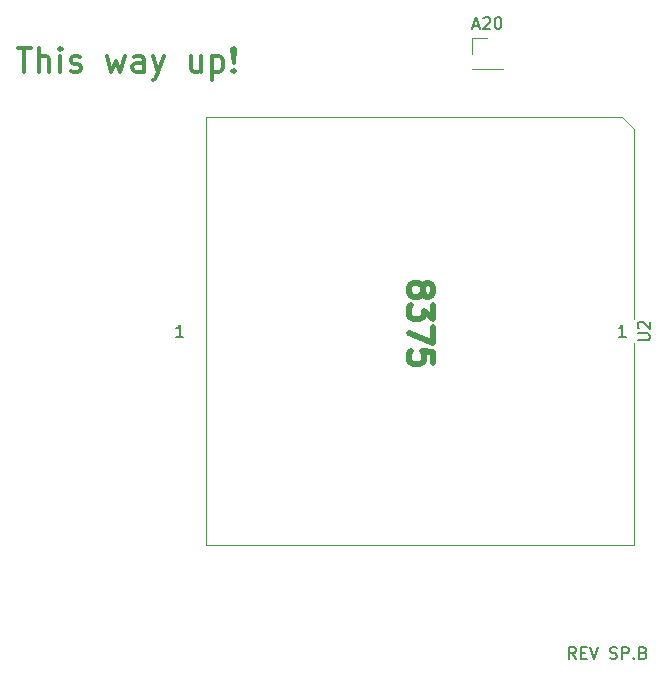
<source format=gbr>
G04 #@! TF.GenerationSoftware,KiCad,Pcbnew,5.99.0-1.20210607git4c293e0.fc34*
G04 #@! TF.CreationDate,2021-06-10T07:48:19+01:00*
G04 #@! TF.ProjectId,A500-2Meg,41353030-2d32-44d6-9567-2e6b69636164,rev?*
G04 #@! TF.SameCoordinates,Original*
G04 #@! TF.FileFunction,Legend,Top*
G04 #@! TF.FilePolarity,Positive*
%FSLAX46Y46*%
G04 Gerber Fmt 4.6, Leading zero omitted, Abs format (unit mm)*
G04 Created by KiCad (PCBNEW 5.99.0-1.20210607git4c293e0.fc34) date 2021-06-10 07:48:19*
%MOMM*%
%LPD*%
G01*
G04 APERTURE LIST*
%ADD10C,0.150000*%
%ADD11C,0.500000*%
%ADD12C,0.300000*%
%ADD13C,0.120000*%
G04 APERTURE END LIST*
D10*
X167290714Y-52522380D02*
X166719285Y-52522380D01*
X167005000Y-52522380D02*
X167005000Y-51522380D01*
X166909761Y-51665238D01*
X166814523Y-51760476D01*
X166719285Y-51808095D01*
X129825714Y-52522380D02*
X129254285Y-52522380D01*
X129540000Y-52522380D02*
X129540000Y-51522380D01*
X129444761Y-51665238D01*
X129349523Y-51760476D01*
X129254285Y-51808095D01*
D11*
X150098095Y-48387380D02*
X150193333Y-48196904D01*
X150288571Y-48101666D01*
X150479047Y-48006428D01*
X150574285Y-48006428D01*
X150764761Y-48101666D01*
X150860000Y-48196904D01*
X150955238Y-48387380D01*
X150955238Y-48768333D01*
X150860000Y-48958809D01*
X150764761Y-49054047D01*
X150574285Y-49149285D01*
X150479047Y-49149285D01*
X150288571Y-49054047D01*
X150193333Y-48958809D01*
X150098095Y-48768333D01*
X150098095Y-48387380D01*
X150002857Y-48196904D01*
X149907619Y-48101666D01*
X149717142Y-48006428D01*
X149336190Y-48006428D01*
X149145714Y-48101666D01*
X149050476Y-48196904D01*
X148955238Y-48387380D01*
X148955238Y-48768333D01*
X149050476Y-48958809D01*
X149145714Y-49054047D01*
X149336190Y-49149285D01*
X149717142Y-49149285D01*
X149907619Y-49054047D01*
X150002857Y-48958809D01*
X150098095Y-48768333D01*
X150955238Y-49815952D02*
X150955238Y-51054047D01*
X150193333Y-50387380D01*
X150193333Y-50673095D01*
X150098095Y-50863571D01*
X150002857Y-50958809D01*
X149812380Y-51054047D01*
X149336190Y-51054047D01*
X149145714Y-50958809D01*
X149050476Y-50863571D01*
X148955238Y-50673095D01*
X148955238Y-50101666D01*
X149050476Y-49911190D01*
X149145714Y-49815952D01*
X150955238Y-51720714D02*
X150955238Y-53054047D01*
X148955238Y-52196904D01*
X150955238Y-54768333D02*
X150955238Y-53815952D01*
X150002857Y-53720714D01*
X150098095Y-53815952D01*
X150193333Y-54006428D01*
X150193333Y-54482619D01*
X150098095Y-54673095D01*
X150002857Y-54768333D01*
X149812380Y-54863571D01*
X149336190Y-54863571D01*
X149145714Y-54768333D01*
X149050476Y-54673095D01*
X148955238Y-54482619D01*
X148955238Y-54006428D01*
X149050476Y-53815952D01*
X149145714Y-53720714D01*
D10*
X154384523Y-26201666D02*
X154860714Y-26201666D01*
X154289285Y-26487380D02*
X154622619Y-25487380D01*
X154955952Y-26487380D01*
X155241666Y-25582619D02*
X155289285Y-25535000D01*
X155384523Y-25487380D01*
X155622619Y-25487380D01*
X155717857Y-25535000D01*
X155765476Y-25582619D01*
X155813095Y-25677857D01*
X155813095Y-25773095D01*
X155765476Y-25915952D01*
X155194047Y-26487380D01*
X155813095Y-26487380D01*
X156432142Y-25487380D02*
X156527380Y-25487380D01*
X156622619Y-25535000D01*
X156670238Y-25582619D01*
X156717857Y-25677857D01*
X156765476Y-25868333D01*
X156765476Y-26106428D01*
X156717857Y-26296904D01*
X156670238Y-26392142D01*
X156622619Y-26439761D01*
X156527380Y-26487380D01*
X156432142Y-26487380D01*
X156336904Y-26439761D01*
X156289285Y-26392142D01*
X156241666Y-26296904D01*
X156194047Y-26106428D01*
X156194047Y-25868333D01*
X156241666Y-25677857D01*
X156289285Y-25582619D01*
X156336904Y-25535000D01*
X156432142Y-25487380D01*
D12*
X115809285Y-28114761D02*
X116952142Y-28114761D01*
X116380714Y-30114761D02*
X116380714Y-28114761D01*
X117618809Y-30114761D02*
X117618809Y-28114761D01*
X118475952Y-30114761D02*
X118475952Y-29067142D01*
X118380714Y-28876666D01*
X118190238Y-28781428D01*
X117904523Y-28781428D01*
X117714047Y-28876666D01*
X117618809Y-28971904D01*
X119428333Y-30114761D02*
X119428333Y-28781428D01*
X119428333Y-28114761D02*
X119333095Y-28210000D01*
X119428333Y-28305238D01*
X119523571Y-28210000D01*
X119428333Y-28114761D01*
X119428333Y-28305238D01*
X120285476Y-30019523D02*
X120475952Y-30114761D01*
X120856904Y-30114761D01*
X121047380Y-30019523D01*
X121142619Y-29829047D01*
X121142619Y-29733809D01*
X121047380Y-29543333D01*
X120856904Y-29448095D01*
X120571190Y-29448095D01*
X120380714Y-29352857D01*
X120285476Y-29162380D01*
X120285476Y-29067142D01*
X120380714Y-28876666D01*
X120571190Y-28781428D01*
X120856904Y-28781428D01*
X121047380Y-28876666D01*
X123333095Y-28781428D02*
X123714047Y-30114761D01*
X124095000Y-29162380D01*
X124475952Y-30114761D01*
X124856904Y-28781428D01*
X126475952Y-30114761D02*
X126475952Y-29067142D01*
X126380714Y-28876666D01*
X126190238Y-28781428D01*
X125809285Y-28781428D01*
X125618809Y-28876666D01*
X126475952Y-30019523D02*
X126285476Y-30114761D01*
X125809285Y-30114761D01*
X125618809Y-30019523D01*
X125523571Y-29829047D01*
X125523571Y-29638571D01*
X125618809Y-29448095D01*
X125809285Y-29352857D01*
X126285476Y-29352857D01*
X126475952Y-29257619D01*
X127237857Y-28781428D02*
X127714047Y-30114761D01*
X128190238Y-28781428D02*
X127714047Y-30114761D01*
X127523571Y-30590952D01*
X127428333Y-30686190D01*
X127237857Y-30781428D01*
X131333095Y-28781428D02*
X131333095Y-30114761D01*
X130475952Y-28781428D02*
X130475952Y-29829047D01*
X130571190Y-30019523D01*
X130761666Y-30114761D01*
X131047380Y-30114761D01*
X131237857Y-30019523D01*
X131333095Y-29924285D01*
X132285476Y-28781428D02*
X132285476Y-30781428D01*
X132285476Y-28876666D02*
X132475952Y-28781428D01*
X132856904Y-28781428D01*
X133047380Y-28876666D01*
X133142619Y-28971904D01*
X133237857Y-29162380D01*
X133237857Y-29733809D01*
X133142619Y-29924285D01*
X133047380Y-30019523D01*
X132856904Y-30114761D01*
X132475952Y-30114761D01*
X132285476Y-30019523D01*
X134095000Y-29924285D02*
X134190238Y-30019523D01*
X134095000Y-30114761D01*
X133999761Y-30019523D01*
X134095000Y-29924285D01*
X134095000Y-30114761D01*
X134095000Y-29352857D02*
X133999761Y-28210000D01*
X134095000Y-28114761D01*
X134190238Y-28210000D01*
X134095000Y-29352857D01*
X134095000Y-28114761D01*
D10*
X163068333Y-79827380D02*
X162735000Y-79351190D01*
X162496904Y-79827380D02*
X162496904Y-78827380D01*
X162877857Y-78827380D01*
X162973095Y-78875000D01*
X163020714Y-78922619D01*
X163068333Y-79017857D01*
X163068333Y-79160714D01*
X163020714Y-79255952D01*
X162973095Y-79303571D01*
X162877857Y-79351190D01*
X162496904Y-79351190D01*
X163496904Y-79303571D02*
X163830238Y-79303571D01*
X163973095Y-79827380D02*
X163496904Y-79827380D01*
X163496904Y-78827380D01*
X163973095Y-78827380D01*
X164258809Y-78827380D02*
X164592142Y-79827380D01*
X164925476Y-78827380D01*
X165973095Y-79779761D02*
X166115952Y-79827380D01*
X166354047Y-79827380D01*
X166449285Y-79779761D01*
X166496904Y-79732142D01*
X166544523Y-79636904D01*
X166544523Y-79541666D01*
X166496904Y-79446428D01*
X166449285Y-79398809D01*
X166354047Y-79351190D01*
X166163571Y-79303571D01*
X166068333Y-79255952D01*
X166020714Y-79208333D01*
X165973095Y-79113095D01*
X165973095Y-79017857D01*
X166020714Y-78922619D01*
X166068333Y-78875000D01*
X166163571Y-78827380D01*
X166401666Y-78827380D01*
X166544523Y-78875000D01*
X166973095Y-79827380D02*
X166973095Y-78827380D01*
X167354047Y-78827380D01*
X167449285Y-78875000D01*
X167496904Y-78922619D01*
X167544523Y-79017857D01*
X167544523Y-79160714D01*
X167496904Y-79255952D01*
X167449285Y-79303571D01*
X167354047Y-79351190D01*
X166973095Y-79351190D01*
X167973095Y-79732142D02*
X168020714Y-79779761D01*
X167973095Y-79827380D01*
X167925476Y-79779761D01*
X167973095Y-79732142D01*
X167973095Y-79827380D01*
X168782619Y-79303571D02*
X168925476Y-79351190D01*
X168973095Y-79398809D01*
X169020714Y-79494047D01*
X169020714Y-79636904D01*
X168973095Y-79732142D01*
X168925476Y-79779761D01*
X168830238Y-79827380D01*
X168449285Y-79827380D01*
X168449285Y-78827380D01*
X168782619Y-78827380D01*
X168877857Y-78875000D01*
X168925476Y-78922619D01*
X168973095Y-79017857D01*
X168973095Y-79113095D01*
X168925476Y-79208333D01*
X168877857Y-79255952D01*
X168782619Y-79303571D01*
X168449285Y-79303571D01*
G04 #@! TO.C,U2*
X168322380Y-52831904D02*
X169131904Y-52831904D01*
X169227142Y-52784285D01*
X169274761Y-52736666D01*
X169322380Y-52641428D01*
X169322380Y-52450952D01*
X169274761Y-52355714D01*
X169227142Y-52308095D01*
X169131904Y-52260476D01*
X168322380Y-52260476D01*
X168417619Y-51831904D02*
X168370000Y-51784285D01*
X168322380Y-51689047D01*
X168322380Y-51450952D01*
X168370000Y-51355714D01*
X168417619Y-51308095D01*
X168512857Y-51260476D01*
X168608095Y-51260476D01*
X168750952Y-51308095D01*
X169322380Y-51879523D01*
X169322380Y-51260476D01*
D13*
G04 #@! TO.C,J1*
X156905000Y-29845000D02*
X156905000Y-29905000D01*
X154245000Y-29845000D02*
X154245000Y-29905000D01*
X154245000Y-29905000D02*
X156905000Y-29905000D01*
X154245000Y-28575000D02*
X154245000Y-27245000D01*
X154245000Y-29845000D02*
X156905000Y-29845000D01*
X154245000Y-27245000D02*
X155575000Y-27245000D01*
G04 #@! TO.C,U2*
X166970000Y-33945000D02*
X131750000Y-33945000D01*
X167970000Y-51070000D02*
X167970000Y-34945000D01*
X131750000Y-33945000D02*
X131750000Y-70195000D01*
X167970000Y-34945000D02*
X166970000Y-33945000D01*
X131750000Y-70195000D02*
X167970000Y-70195000D01*
X167970000Y-70195000D02*
X167970000Y-53070000D01*
G04 #@! TD*
M02*

</source>
